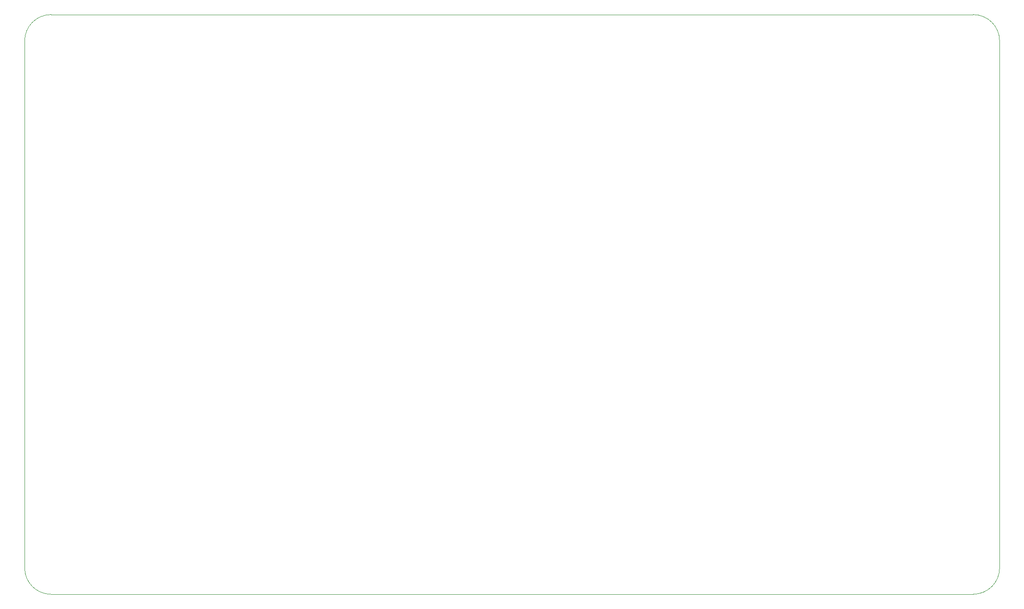
<source format=gbr>
%TF.GenerationSoftware,KiCad,Pcbnew,7.0.5*%
%TF.CreationDate,2023-06-14T02:28:05+02:00*%
%TF.ProjectId,bd845-pwb,62643834-352d-4707-9762-2e6b69636164,1.0.0*%
%TF.SameCoordinates,Original*%
%TF.FileFunction,Profile,NP*%
%FSLAX46Y46*%
G04 Gerber Fmt 4.6, Leading zero omitted, Abs format (unit mm)*
G04 Created by KiCad (PCBNEW 7.0.5) date 2023-06-14 02:28:05*
%MOMM*%
%LPD*%
G01*
G04 APERTURE LIST*
%TA.AperFunction,Profile*%
%ADD10C,0.100000*%
%TD*%
G04 APERTURE END LIST*
D10*
X234000000Y-151000000D02*
G75*
G03*
X239000000Y-146000000I0J5000000D01*
G01*
X59000000Y-41000000D02*
X234000000Y-41000000D01*
X239000000Y-46000000D02*
G75*
G03*
X234000000Y-41000000I-5000000J0D01*
G01*
X54000000Y-146000000D02*
G75*
G03*
X59000000Y-151000000I5000000J0D01*
G01*
X59000000Y-41000000D02*
G75*
G03*
X54000000Y-46000000I0J-5000000D01*
G01*
X59000000Y-151000000D02*
X234000000Y-151000000D01*
X54000000Y-46000000D02*
X54000000Y-146000000D01*
X239000000Y-46000000D02*
X239000000Y-146000000D01*
M02*

</source>
